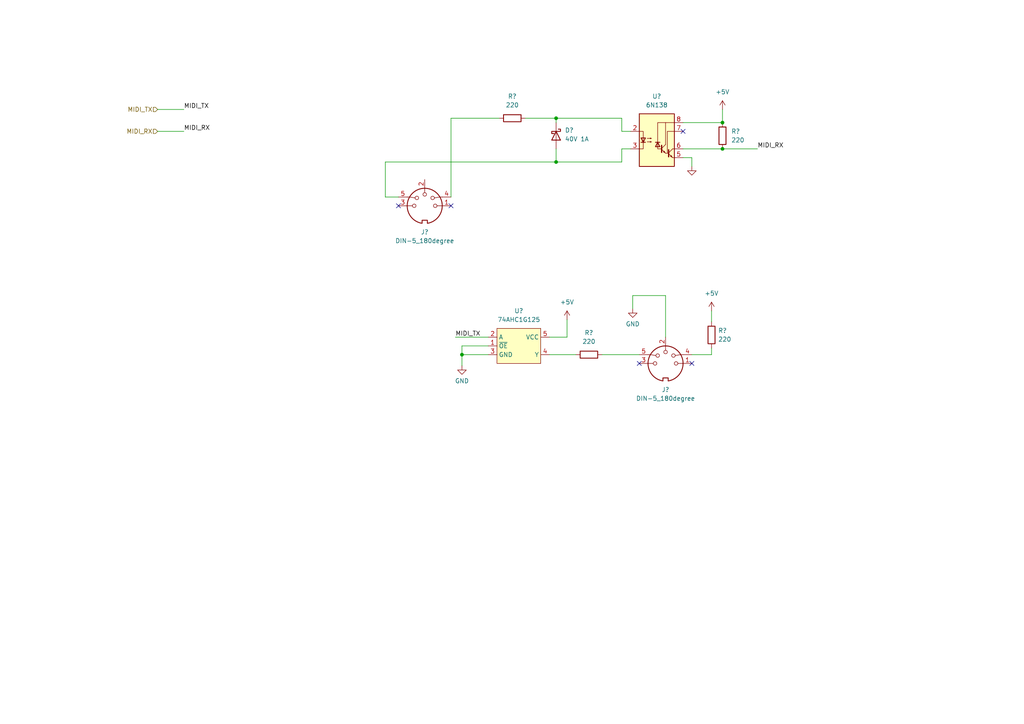
<source format=kicad_sch>
(kicad_sch (version 20211123) (generator eeschema)
  (paper "A4")
  (lib_symbols
    (symbol "Connector:DIN-5_180degree" (pin_names (offset 1.016))
      (property "Reference" "J" (at 3.175 5.715 0))
      (property "Value" "DIN-5_180degree" (at 0 -6.35 0))
      (symbol "DIN-5_180degree_0_1"
        (arc (start -5.08 0) (mid -3.8597 -3.3379) (end -0.762 -5.08) (stroke (width 0.254)))
        (circle (center -3.048 0) (radius 0.508))
        (circle (center -2.286 2.286) (radius 0.508))
        (polyline (pts (xy -5.08 0) (xy -3.556 0)))
        (polyline (pts (xy 0 5.08) (xy 0 3.81)))
        (polyline (pts (xy 5.08 0) (xy 3.556 0)))
        (polyline (pts (xy -5.08 2.54) (xy -4.318 2.54) (xy -2.794 2.286)))
        (polyline (pts (xy 5.08 2.54) (xy 4.318 2.54) (xy 2.794 2.286)))
        (polyline (pts (xy -0.762 -4.953) (xy -0.762 -4.191) (xy 0.762 -4.191) (xy 0.762 -4.953)) (stroke (width 0.254)))
        (circle (center 0 3.302) (radius 0.508))
        (arc (start 0.762 -5.08) (mid 3.8673 -3.3444) (end 5.08 0) (stroke (width 0.254)))
        (circle (center 2.286 2.286) (radius 0.508))
        (circle (center 3.048 0) (radius 0.508))
        (arc (start 5.08 0) (mid 0 5.08) (end -5.08 0) (stroke (width 0.254)))
      )
      (symbol "DIN-5_180degree_1_1"
        (pin passive line (at -7.62 0 0) (length 2.54) (name "~") (number "1"))
        (pin passive line (at 0 7.62 270) (length 2.54) (name "~") (number "2"))
        (pin passive line (at 7.62 0 180) (length 2.54) (name "~") (number "3"))
        (pin passive line (at -7.62 2.54 0) (length 2.54) (name "~") (number "4"))
        (pin passive line (at 7.62 2.54 180) (length 2.54) (name "~") (number "5"))
      )
    )
    (symbol "Device:D_Schottky" (pin_numbers hide) (pin_names (offset 1.016) hide)
      (property "Reference" "D" (at 0 2.54 0))
      (property "Value" "D_Schottky" (at 0 -2.54 0))
      (symbol "D_Schottky_0_1"
        (polyline (pts (xy 1.27 0) (xy -1.27 0)))
        (polyline (pts (xy 1.27 1.27) (xy 1.27 -1.27) (xy -1.27 0) (xy 1.27 1.27)) (stroke (width 0.254)))
        (polyline (pts (xy -1.905 0.635) (xy -1.905 1.27) (xy -1.27 1.27) (xy -1.27 -1.27) (xy -0.635 -1.27) (xy -0.635 -0.635)) (stroke (width 0.254)))
      )
      (symbol "D_Schottky_1_1"
        (pin passive line (at -3.81 0 0) (length 2.54) (name "K") (number "1"))
        (pin passive line (at 3.81 0 180) (length 2.54) (name "A") (number "2"))
      )
    )
    (symbol "Device:R" (pin_numbers hide) (pin_names (offset 0))
      (property "Reference" "R" (at 2.032 0 90))
      (property "Value" "R" (at 0 0 90))
      (symbol "R_0_1"
        (rectangle (start -1.016 -2.54) (end 1.016 2.54) (stroke (width 0.254)))
      )
      (symbol "R_1_1"
        (pin passive line (at 0 3.81 270) (length 1.27) (name "~") (number "1"))
        (pin passive line (at 0 -3.81 90) (length 1.27) (name "~") (number "2"))
      )
    )
    (symbol "Isolator:6N138" (pin_names (offset 1.016) hide)
      (property "Reference" "U" (at -4.064 8.89 0))
      (property "Value" "6N138" (at 2.286 8.89 0))
      (symbol "6N138_0_1"
        (rectangle (start -5.08 7.62) (end 5.08 -7.62) (stroke (width 0.254)) (fill (type background)))
        (polyline (pts (xy -4.572 -0.635) (xy -3.302 -0.635)) (stroke (width 0.254)))
        (polyline (pts (xy 0.889 -0.635) (xy -0.381 -0.635)) (stroke (width 0.254)))
        (polyline (pts (xy 1.397 -2.667) (xy 2.54 -3.81)))
        (polyline (pts (xy 1.397 -2.413) (xy 2.54 -1.27)))
        (polyline (pts (xy 2.54 -3.81) (xy 3.175 -3.81)))
        (polyline (pts (xy 3.429 -3.937) (xy 4.572 -5.08)))
        (polyline (pts (xy 3.429 -3.683) (xy 4.572 -2.54)))
        (polyline (pts (xy 4.572 -5.08) (xy 5.08 -5.08)))
        (polyline (pts (xy 4.572 -2.54) (xy 5.08 -2.54)))
        (polyline (pts (xy 1.397 -1.524) (xy 1.397 -3.556) (xy 1.397 -3.556)) (stroke (width 0.3556)))
        (polyline (pts (xy 2.54 -1.27) (xy 2.54 5.08) (xy 5.08 5.08)))
        (polyline (pts (xy 3.429 -2.794) (xy 3.429 -4.826) (xy 3.429 -4.826)) (stroke (width 0.3556)))
        (polyline (pts (xy 5.08 2.54) (xy 3.048 2.54) (xy 3.048 -3.81)))
        (polyline (pts (xy -5.08 -2.54) (xy -3.937 -2.54) (xy -3.937 2.54) (xy -5.08 2.54)))
        (polyline (pts (xy -3.937 -0.635) (xy -4.572 0.635) (xy -3.302 0.635) (xy -3.937 -0.635)) (stroke (width 0.254)))
        (polyline (pts (xy 0.254 -0.635) (xy 0.889 -1.905) (xy -0.381 -1.905) (xy 0.254 -0.635)) (stroke (width 0.254)))
        (polyline (pts (xy 1.27 -2.54) (xy 0.254 -2.54) (xy 0.254 5.08) (xy 2.54 5.08)))
        (polyline (pts (xy 2.413 -3.683) (xy 2.159 -3.175) (xy 1.905 -3.429) (xy 2.413 -3.683)))
        (polyline (pts (xy 4.445 -4.953) (xy 4.191 -4.445) (xy 3.937 -4.699) (xy 4.445 -4.953)))
        (polyline (pts (xy -2.794 -0.508) (xy -1.524 -0.508) (xy -1.905 -0.635) (xy -1.905 -0.381) (xy -1.524 -0.508)))
        (polyline (pts (xy -2.794 0.508) (xy -1.524 0.508) (xy -1.905 0.381) (xy -1.905 0.635) (xy -1.524 0.508)))
      )
      (symbol "6N138_1_1"
        (pin no_connect line (at -5.08 5.08 0) (length 2.54) hide (name "NC") (number "1"))
        (pin passive line (at -7.62 2.54 0) (length 2.54) (name "C1") (number "2"))
        (pin passive line (at -7.62 -2.54 0) (length 2.54) (name "C2") (number "3"))
        (pin no_connect line (at -5.08 -5.08 0) (length 2.54) hide (name "NC") (number "4"))
        (pin passive line (at 7.62 -5.08 180) (length 2.54) (name "GND") (number "5"))
        (pin passive line (at 7.62 -2.54 180) (length 2.54) (name "VO2") (number "6"))
        (pin passive line (at 7.62 2.54 180) (length 2.54) (name "VO1") (number "7"))
        (pin passive line (at 7.62 5.08 180) (length 2.54) (name "VCC") (number "8"))
      )
    )
    (symbol "midi-library:74AHC1G125"
      (property "Reference" "U" (at -5.08 1.27 0))
      (property "Value" "74AHC1G125" (at 0 -11.43 0))
      (symbol "74AHC1G125_0_1"
        (rectangle (start -6.35 0) (end 6.35 -10.16) (fill (type background)))
      )
      (symbol "74AHC1G125_1_1"
        (pin passive line (at -8.89 -5.08 0) (length 2.54) (name "~{OE}") (number "1"))
        (pin passive line (at -8.89 -2.54 0) (length 2.54) (name "A") (number "2"))
        (pin passive line (at -8.89 -7.62 0) (length 2.54) (name "GND") (number "3"))
        (pin passive line (at 8.89 -7.62 180) (length 2.54) (name "Y") (number "4"))
        (pin passive line (at 8.89 -2.54 180) (length 2.54) (name "VCC") (number "5"))
      )
    )
    (symbol "power:+5V" (power) (pin_names (offset 0))
      (property "Value" "+5V" (at 0 3.556 0))
      (symbol "+5V_0_1"
        (polyline (pts (xy -0.762 1.27) (xy 0 2.54)))
        (polyline (pts (xy 0 0) (xy 0 2.54)))
        (polyline (pts (xy 0 2.54) (xy 0.762 1.27)))
      )
      (symbol "+5V_1_1"
        (pin power_in line (at 0 0 90) (length 0) hide (name "+5V") (number "1"))
      )
    )
    (symbol "power:GND" (power) (pin_names (offset 0))
      (property "Value" "GND" (at 0 -3.81 0))
      (symbol "GND_0_1"
        (polyline (pts (xy 0 0) (xy 0 -1.27) (xy 1.27 -1.27) (xy 0 -2.54) (xy -1.27 -1.27) (xy 0 -1.27)))
      )
      (symbol "GND_1_1"
        (pin power_in line (at 0 0 270) (length 0) hide (name "GND") (number "1"))
      )
    )
  )
  (junction (at 209.55 43.18))
  (junction (at 161.29 34.29))
  (junction (at 161.29 46.99))
  (junction (at 209.55 35.56))
  (junction (at 133.985 102.87))
  (no_connect (at 130.81 59.69))
  (no_connect (at 115.57 59.69))
  (no_connect (at 198.12 38.1))
  (no_connect (at 185.42 105.41))
  (no_connect (at 200.66 105.41))
  (wire (pts (xy 206.375 90.17) (xy 206.375 93.345)))
  (wire (pts (xy 111.76 46.99) (xy 161.29 46.99)))
  (wire (pts (xy 115.57 57.15) (xy 111.76 57.15)))
  (wire (pts (xy 164.465 97.79) (xy 164.465 92.71)))
  (wire (pts (xy 130.81 34.29) (xy 144.78 34.29)))
  (wire (pts (xy 209.55 43.18) (xy 219.71 43.18)))
  (wire (pts (xy 45.72 31.75) (xy 53.34 31.75)))
  (wire (pts (xy 180.34 34.29) (xy 180.34 38.1)))
  (wire (pts (xy 159.385 97.79) (xy 164.465 97.79)))
  (wire (pts (xy 180.34 43.18) (xy 182.88 43.18)))
  (wire (pts (xy 45.72 38.1) (xy 53.34 38.1)))
  (wire (pts (xy 132.08 97.79) (xy 141.605 97.79)))
  (wire (pts (xy 133.985 102.87) (xy 133.985 100.33)))
  (wire (pts (xy 159.385 102.87) (xy 167.005 102.87)))
  (wire (pts (xy 198.12 35.56) (xy 209.55 35.56)))
  (wire (pts (xy 180.34 38.1) (xy 182.88 38.1)))
  (wire (pts (xy 198.12 45.72) (xy 200.66 45.72)))
  (wire (pts (xy 174.625 102.87) (xy 185.42 102.87)))
  (wire (pts (xy 161.29 34.29) (xy 161.29 35.56)))
  (wire (pts (xy 198.12 43.18) (xy 209.55 43.18)))
  (wire (pts (xy 183.515 85.725) (xy 193.04 85.725)))
  (wire (pts (xy 161.29 46.99) (xy 161.29 43.18)))
  (wire (pts (xy 200.66 102.87) (xy 206.375 102.87)))
  (wire (pts (xy 206.375 102.87) (xy 206.375 100.965)))
  (wire (pts (xy 180.34 43.18) (xy 180.34 46.99)))
  (wire (pts (xy 133.985 100.33) (xy 141.605 100.33)))
  (wire (pts (xy 193.04 85.725) (xy 193.04 97.79)))
  (wire (pts (xy 133.985 106.045) (xy 133.985 102.87)))
  (wire (pts (xy 183.515 89.535) (xy 183.515 85.725)))
  (wire (pts (xy 111.76 57.15) (xy 111.76 46.99)))
  (wire (pts (xy 130.81 34.29) (xy 130.81 57.15)))
  (wire (pts (xy 152.4 34.29) (xy 161.29 34.29)))
  (wire (pts (xy 133.985 102.87) (xy 141.605 102.87)))
  (wire (pts (xy 209.55 31.75) (xy 209.55 35.56)))
  (wire (pts (xy 161.29 34.29) (xy 180.34 34.29)))
  (wire (pts (xy 200.66 45.72) (xy 200.66 48.26)))
  (wire (pts (xy 161.29 46.99) (xy 180.34 46.99)))
  (label "MIDI_TX" (at 132.08 97.79 0))
  (label "MIDI_RX" (at 219.71 43.18 0))
  (label "MIDI_RX" (at 53.34 38.1 0))
  (label "MIDI_TX" (at 53.34 31.75 0))
  (hierarchical_label "MIDI_RX" (shape input) (at 45.72 38.1 180))
  (hierarchical_label "MIDI_TX" (shape input) (at 45.72 31.75 180))
  (symbol (lib_id "power:GND") (at 183.515 89.535 0) (unit 1)
    (property "Reference" "#PWR?" (effects hide))
    (property "Value" "GND" (at 183.515 93.98 0))
  )
  (symbol (lib_id "Device:R") (at 206.375 97.155 0) (unit 1)
    (property "Reference" "R?" (at 208.28 95.8849 0) (effects (justify left)))
    (property "Value" "220" (at 208.28 98.4249 0) (effects (justify left)))
  )
  (symbol (lib_id "power:GND") (at 133.985 106.045 0) (unit 1)
    (property "Reference" "#PWR?" (effects hide))
    (property "Value" "GND" (at 133.985 110.49 0))
  )
  (symbol (lib_id "Device:D_Schottky") (at 161.29 39.37 270) (unit 1)
    (property "Reference" "D?" (at 163.83 37.7824 90) (effects (justify left)))
    (property "Value" "40V 1A" (at 163.83 40.3224 90) (effects (justify left)))
  )
  (symbol (lib_id "Isolator:6N138") (at 190.5 40.64 0) (unit 1)
    (property "Reference" "U?" (at 190.5 27.94 0))
    (property "Value" "6N138" (at 190.5 30.48 0))
    (property "Datasheet" "http://www.onsemi.com/pub/Collateral/HCPL2731-D.pdf" (effects hide))
  )
  (symbol (lib_id "power:+5V") (at 164.465 92.71 0) (unit 1)
    (property "Reference" "#PWR?" (effects hide))
    (property "Value" "+5V" (at 164.465 87.63 0))
  )
  (symbol (lib_id "Device:R") (at 209.55 39.37 0) (unit 1)
    (property "Reference" "R?" (at 212.09 38.0999 0) (effects (justify left)))
    (property "Value" "220" (at 212.09 40.6399 0) (effects (justify left)))
  )
  (symbol (lib_id "Device:R") (at 148.59 34.29 90) (unit 1)
    (property "Reference" "R?" (at 148.59 27.94 90))
    (property "Value" "220" (at 148.59 30.48 90))
  )
  (symbol (lib_id "power:+5V") (at 209.55 31.75 0) (unit 1)
    (property "Reference" "#PWR?" (effects hide))
    (property "Value" "+5V" (at 209.55 26.67 0))
  )
  (symbol (lib_id "Device:R") (at 170.815 102.87 90) (unit 1)
    (property "Reference" "R?" (at 170.815 96.52 90))
    (property "Value" "220" (at 170.815 99.06 90))
  )
  (symbol (lib_id "Connector:DIN-5_180degree") (at 123.19 59.69 0) (mirror y) (unit 1)
    (property "Reference" "J?" (at 123.1899 67.31 0))
    (property "Value" "DIN-5_180degree" (at 123.1899 69.85 0))
    (property "Datasheet" "http://www.mouser.com/ds/2/18/40_c091_abd_e-75918.pdf" (effects hide))
  )
  (symbol (lib_id "midi-library:74AHC1G125") (at 150.495 95.25 0) (unit 1)
    (property "Reference" "U?" (at 150.495 90.17 0))
    (property "Value" "74AHC1G125" (at 150.495 92.71 0))
  )
  (symbol (lib_id "power:+5V") (at 206.375 90.17 0) (unit 1)
    (property "Reference" "#PWR?" (effects hide))
    (property "Value" "+5V" (at 206.375 85.09 0))
  )
  (symbol (lib_id "power:GND") (at 200.66 48.26 0) (unit 1)
    (property "Reference" "#PWR?" (effects hide))
    (property "Value" "GND" (effects hide))
  )
  (symbol (lib_id "Connector:DIN-5_180degree") (at 193.04 105.41 0) (mirror y) (unit 1)
    (property "Reference" "J?" (at 193.0399 113.03 0))
    (property "Value" "DIN-5_180degree" (at 193.0399 115.57 0))
    (property "Datasheet" "http://www.mouser.com/ds/2/18/40_c091_abd_e-75918.pdf" (effects hide))
  )
)
</source>
